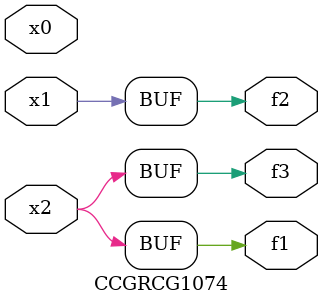
<source format=v>
module CCGRCG1074(
	input x0, x1, x2,
	output f1, f2, f3
);
	assign f1 = x2;
	assign f2 = x1;
	assign f3 = x2;
endmodule

</source>
